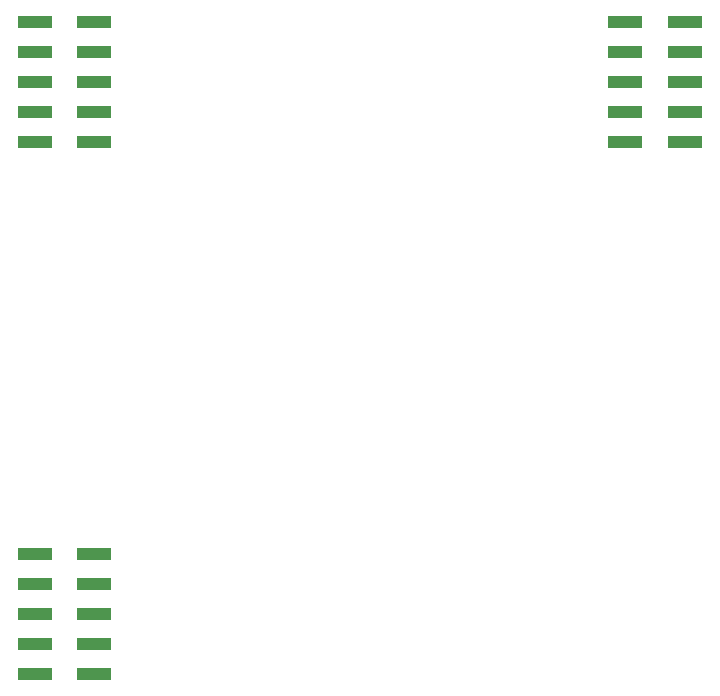
<source format=gbr>
%TF.GenerationSoftware,KiCad,Pcbnew,(5.1.10)-1*%
%TF.CreationDate,2022-12-14T20:36:11+08:00*%
%TF.ProjectId,interface,696e7465-7266-4616-9365-2e6b69636164,rev?*%
%TF.SameCoordinates,Original*%
%TF.FileFunction,Paste,Bot*%
%TF.FilePolarity,Positive*%
%FSLAX46Y46*%
G04 Gerber Fmt 4.6, Leading zero omitted, Abs format (unit mm)*
G04 Created by KiCad (PCBNEW (5.1.10)-1) date 2022-12-14 20:36:11*
%MOMM*%
%LPD*%
G01*
G04 APERTURE LIST*
%ADD10R,3.000000X1.000000*%
G04 APERTURE END LIST*
D10*
%TO.C,J4*%
X59020000Y54920000D03*
X53980000Y54920000D03*
X59020000Y57460000D03*
X53980000Y57460000D03*
X59020000Y60000000D03*
X53980000Y60000000D03*
X59020000Y62540000D03*
X53980000Y62540000D03*
X59020000Y65080000D03*
X53980000Y65080000D03*
%TD*%
%TO.C,J7*%
X9020000Y54920000D03*
X3980000Y54920000D03*
X9020000Y57460000D03*
X3980000Y57460000D03*
X9020000Y60000000D03*
X3980000Y60000000D03*
X9020000Y62540000D03*
X3980000Y62540000D03*
X9020000Y65080000D03*
X3980000Y65080000D03*
%TD*%
%TO.C,J5*%
X9020000Y9920000D03*
X3980000Y9920000D03*
X9020000Y12460000D03*
X3980000Y12460000D03*
X9020000Y15000000D03*
X3980000Y15000000D03*
X9020000Y17540000D03*
X3980000Y17540000D03*
X9020000Y20080000D03*
X3980000Y20080000D03*
%TD*%
M02*

</source>
